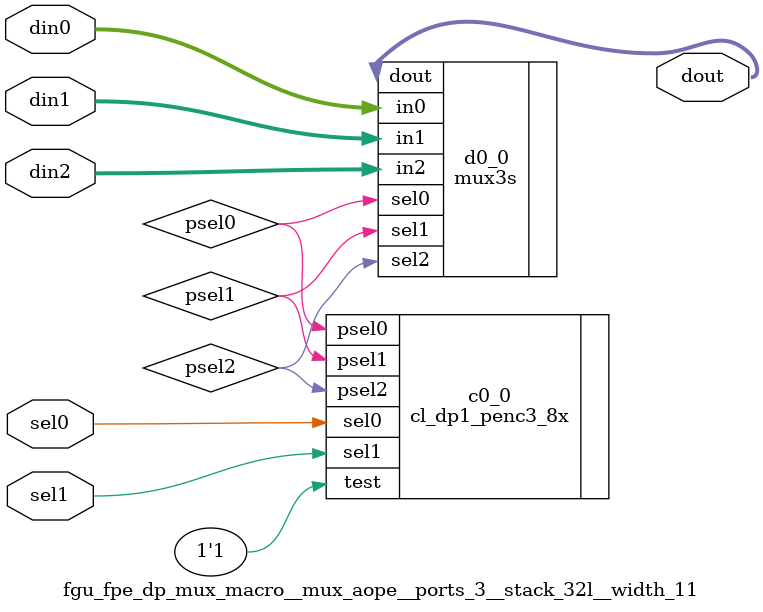
<source format=v>
module fgu_fpe_dp (
  fad_rs1_fx1, 
  fad_rs2_fx1, 
  fac_aexp_fmt_sel_e, 
  fac_bexp_fmt_sel_e, 
  fac_aux_cin_fx1, 
  main_clken, 
  fpc_exp_sel_mul_fx5, 
  fpc_eintx_sel_fx2, 
  fpc_eadjx_sel_fx2, 
  fpc_ma_fmt_sel_fx4, 
  fpc_rinc_sel_fx5, 
  fpc_q_rinc_sel_fx5, 
  fpe_aux_rs2_fmt_fx1_b0, 
  fpe_aux_eint_fx1, 
  fpe_rs1_fmt_fx1, 
  fpe_rs2_fmt_fx1, 
  fpe_einty_adj_cout_fx5, 
  fpe_einty_eq_eadj_fx5, 
  fgu_mul_result_fx5_b63, 
  fpf_rcout_fx5, 
  fpe_exp_res_fb, 
  fpe_align_sel_fx2, 
  fic_i2f_eadj_fx2, 
  fic_norm_eadj_fx5, 
  l2clk, 
  scan_in, 
  tcu_pce_ov, 
  spc_aclk, 
  spc_bclk, 
  tcu_dectest, 
  tcu_muxtest, 
  tcu_scan_en, 
  scan_out);
wire stop;
wire test;
wire se;
wire pce_ov;
wire siclk;
wire soclk;
wire fx1_fmtsel_scanin;
wire fx1_fmtsel_scanout;
wire [9:0] aexp_fmt_sel_fx1;
wire [7:0] bexp_fmt_sel_fx1;
wire tcu_muxtest_a_rep0;
wire tcu_muxtest_b_rep0;
wire [10:0] rs1_fmt_fx1_;
wire [10:0] rs2_fmt_fx1_;
wire amb_unused;
wire [10:0] ea_minus_eb_fx1;
wire ea_gteq_eb_fx1;
wire bma_unused;
wire [10:0] eb_minus_ea_fx1;
wire eb_gteq_ea_fx1;
wire fx2_swp_sel_scanin;
wire fx2_swp_sel_scanout;
wire [10:0] eintw_fx2;
wire rs1_fx1_b62_;
wire [10:0] rs2_fx1_b62_52_;
wire rs1_fx1_b30_;
wire [7:0] rs2_fx1_b30_23_;
wire tcu_muxtest_c_rep0;
wire [10:0] aux_rs1_fmt_fx1;
wire tcu_muxtest_d_rep0;
wire [10:1] aux_rs2_fmt_fx1;
wire [11:0] aux_eint_fx1;
wire aux_add_unused;
wire fx2_aux_scanin;
wire fx2_aux_scanout;
wire [10:0] aux_eint_fx2;
wire [10:0] eintx_fx2;
wire [5:0] i2f_eadj_fx2_;
wire [11:0] eadjx_fx2;
wire [1:0] einty_unused;
wire [10:0] einty_fx2;
wire fx3_einty_scanin;
wire fx3_einty_scanout;
wire [10:0] einty_fx3;
wire fx4_einty_scanin;
wire fx4_einty_scanout;
wire [10:0] einty_fx4;
wire [1:0] ma_fmt_sel_fx5;
wire [10:0] einty_fx5;
wire [1:0] einty_inc_unused;
wire [10:0] einty_inc_fx5;
wire i_exp_inc_sel_fx5;
wire enoinc_i1_fx5_;
wire enoinc_i1_fx5;
wire einty_adj_cin_fx5;
wire [5:0] eadj_fx5_;
wire einty_adj_unused;
wire [10:0] einty_adj_fx5;
wire [0:0] cmp_exp_eadj;
wire i_exp_inc_sel_fx5_;
wire fpc_exp_sel_mul_fx5_;
wire einc_i0_fx5;
wire einc_i1_fx5;
wire exp_inc_sel_fx5;
wire exp_noinc_sel_fx5;
wire [10:0] exp_res_fx5;
wire fb_exp_res_scanin;
wire fb_exp_res_scanout;



// ----------------------------------------------------------------------------
// Interface with FAD
// ----------------------------------------------------------------------------

input  [62:23] fad_rs1_fx1;            // rs1 unformatted
input  [62:23] fad_rs2_fx1;            // rs2 unformatted

// ----------------------------------------------------------------------------
// Interface with FAC
// ----------------------------------------------------------------------------

input    [9:0] fac_aexp_fmt_sel_e;     // aop exponent format mux select
input    [7:0] fac_bexp_fmt_sel_e;     // bop exponent format mux select
input          fac_aux_cin_fx1;        // aux exp adder cin

input          main_clken;             // main clken

// ----------------------------------------------------------------------------
// Interface with FPC
// ----------------------------------------------------------------------------

input          fpc_exp_sel_mul_fx5;
input    [3:0] fpc_eintx_sel_fx2;      // FxTOs=0001, FxTOd=0010, FiTO(s,d)=0100, F(s)MUL(s,d)=1000
input    [2:0] fpc_eadjx_sel_fx2;      // F(i,x)TO(s,d)=001, FsTOd=010, FdTOs=100
input    [1:0] fpc_ma_fmt_sel_fx4;     // FADD/FSUB: 001=00.1X, 010=1X.XX, 100=default
input          fpc_rinc_sel_fx5;
input          fpc_q_rinc_sel_fx5;     // rinc_sel and ~logical_sub 00.1X
output         fpe_aux_rs2_fmt_fx1_b0;
output  [11:0] fpe_aux_eint_fx1;
output  [10:0] fpe_rs1_fmt_fx1;
output  [10:0] fpe_rs2_fmt_fx1;
output         fpe_einty_adj_cout_fx5;
output         fpe_einty_eq_eadj_fx5;

// ----------------------------------------------------------------------------
// Interface with FPY
// ----------------------------------------------------------------------------

input          fgu_mul_result_fx5_b63;

// ----------------------------------------------------------------------------
// Interface with FPF
// ----------------------------------------------------------------------------

input          fpf_rcout_fx5;
output  [10:0] fpe_exp_res_fb;
output  [10:0] fpe_align_sel_fx2;

// ----------------------------------------------------------------------------
// Interface with FIC
// ----------------------------------------------------------------------------

input    [5:0] fic_i2f_eadj_fx2;
input    [5:0] fic_norm_eadj_fx5;

// ----------------------------------------------------------------------------
// Global Signals
// ----------------------------------------------------------------------------

input           l2clk;                  // clock input
input  	        scan_in;
input  		tcu_pce_ov;		// scan signals
input  		spc_aclk;
input  		spc_bclk;
input 	        tcu_dectest;
input           tcu_muxtest;
input           tcu_scan_en;
output 		scan_out;

// scan renames
assign stop   = 1'b0;
assign test   = tcu_dectest;
// end scan

fgu_fpe_dp_buff_macro__dbuff_32x__rep_1__stack_32l__width_4 test_rep0  (
  .din ({tcu_scan_en, tcu_pce_ov, spc_aclk, spc_bclk}),
  .dout({se,          pce_ov,     siclk,    soclk   })
  );


// ----------------------------------------------------------------------------
//                               FX1 stage
// ----------------------------------------------------------------------------

fgu_fpe_dp_msff_macro__stack_32l__width_18 fx1_fmtsel  (
  .scan_in(fx1_fmtsel_scanin),
  .scan_out(fx1_fmtsel_scanout),
  .clk (l2clk),
  .en  (main_clken),
  .din ({fac_aexp_fmt_sel_e[9:0],   fac_bexp_fmt_sel_e[7:0]  }),
  .dout({    aexp_fmt_sel_fx1[9:0],     bexp_fmt_sel_fx1[7:0]}),
  .se(se),
  .siclk(siclk),
  .soclk(soclk),
  .pce_ov(pce_ov),
  .stop(stop)
  );

// ------------------------------------
// Add exponent input format muxes
//
// FADD: IF (Eb>=Ea) THEN (SC=(Eb-Ea)); ELSE (SC=(Ea-Eb))
//       IF (Eb>=Ea) THEN (Eint=Eb);    ELSE (Eint=Ea)
// ------------------------------------

fgu_fpe_dp_buff_macro__dbuff_32x__stack_32l__width_1 muxtest_a_rep0  (
  .din (tcu_muxtest	  ),
  .dout(tcu_muxtest_a_rep0)
  );

fgu_fpe_dp_mux_macro__mux_pgpe__ports_8__stack_32l__width_11 add_fmt1  (
  .muxtst(tcu_muxtest_a_rep0),
  .din0( 11'b00000000001            ),  // FGX, F(s,d)TO(d,s), FSQRT(s,d)
  .din1({3'b000, fad_rs1_fx1[30:23]}),  // SP odd
  .din2({3'b000, fad_rs1_fx1[62:55]}),  // SP even
  .din3(         fad_rs1_fx1[62:52] ),  // DP
  .din4( 11'b00010111110            ),  // FsTOx                2^(63+127) =2^190
  .din5( 11'b10000111110            ),  // FdTOx                2^(63+1023)=2^1086
  .din6( 11'b00010011110            ),  // FsTOi,F(i,x)TO(s,d)  2^(31+127) =2^158
  .din7( 11'b10000011110            ),  // FdTOi                2^(31+1023)=2^1054
  .sel0(aexp_fmt_sel_fx1[0]),
  .sel1(aexp_fmt_sel_fx1[1]),
  .sel2(aexp_fmt_sel_fx1[2]),
  .sel3(aexp_fmt_sel_fx1[3]),
  .sel4(aexp_fmt_sel_fx1[4]),
  .sel5(aexp_fmt_sel_fx1[5]),
  .sel6(aexp_fmt_sel_fx1[6]),
  .dout(fpe_rs1_fmt_fx1[10:0]  ),
  .test(test)
  );

fgu_fpe_dp_buff_macro__dbuff_32x__stack_32l__width_1 muxtest_b_rep0  (
  .din (tcu_muxtest	  ),
  .dout(tcu_muxtest_b_rep0)
  );

fgu_fpe_dp_mux_macro__mux_pgpe__ports_4__stack_32l__width_11 add_fmt2  (
  .muxtst(tcu_muxtest_b_rep0),
  .din0( 11'b00000000001            ),  // FGX, F(i,x)TO(s,d)
  .din1({3'b000, fad_rs2_fx1[30:23]}),  // SP odd
  .din2({3'b000, fad_rs2_fx1[62:55]}),  // SP even
  .din3(         fad_rs2_fx1[62:52] ),  // DP
  .sel0(bexp_fmt_sel_fx1[0]),
  .sel1(bexp_fmt_sel_fx1[1]),
  .sel2(bexp_fmt_sel_fx1[2]),
  .dout(fpe_rs2_fmt_fx1[10:0]  ),
  .test(test)
  );

// ------------------------------------
// Ea-Eb, Eb-Ea
// ------------------------------------

fgu_fpe_dp_inv_macro__stack_32l__width_11 inv_a  (
  .din (fpe_rs1_fmt_fx1[10:0] ),
  .dout(    rs1_fmt_fx1_[10:0]) 
  );

fgu_fpe_dp_inv_macro__stack_32l__width_11 inv_b  (
  .din (fpe_rs2_fmt_fx1[10:0] ),
  .dout(    rs2_fmt_fx1_[10:0]) 
  );

fgu_fpe_dp_cla_macro__width_12 amb  (
  .din0({1'b1,     rs2_fmt_fx1_[10:0]}),
  .din1({1'b0, fpe_rs1_fmt_fx1[10:0] }),
  .cin ( 1'b1                         ),
  .dout({amb_unused, ea_minus_eb_fx1[10:0]}),
  .cout( ea_gteq_eb_fx1               )
  );

fgu_fpe_dp_cla_macro__width_12 bma  (
  .din0({1'b0, fpe_rs2_fmt_fx1[10:0] }),
  .din1({1'b1,     rs1_fmt_fx1_[10:0]}),
  .cin ( 1'b1                         ),
  .dout({bma_unused, eb_minus_ea_fx1[10:0]}),
  .cout( eb_gteq_ea_fx1               )
  );

// ------------------------------------
// {generate aligner shift selects, Eintw}
// ------------------------------------

fgu_fpe_dp_msff_macro__mux_aonpe__ports_2__stack_32l__width_22 fx2_swp_sel  (
  .scan_in(fx2_swp_sel_scanin),
  .scan_out(fx2_swp_sel_scanout),
  .clk (l2clk),
  .en  (main_clken),
  .din0({eb_minus_ea_fx1[10:0],   fpe_rs2_fmt_fx1[10:0]}),
  .din1({ea_minus_eb_fx1[10:0],   fpe_rs1_fmt_fx1[10:0]}),
  .sel0(eb_gteq_ea_fx1),
  .sel1(ea_gteq_eb_fx1),
  .dout({fpe_align_sel_fx2[10:0], eintw_fx2[10:0]      }),
  .se(se),
  .siclk(siclk),
  .soclk(soclk),
  .pce_ov(pce_ov),
  .stop(stop)
  );

// ------------------------------------
// Multiply/Divide exponent input format muxes
//
// FMUL:  Eint=Ea+Eb-bias
//          -bias is accomplished by inverting Ea MSB and setting CPA cin=1
//
// FSQRT: Eint= 0+Eb-bias
//          -bias is accomplished by inverting Ea MSB and setting CPA cin=1
//
// FDIV:  Eint=Ea-Eb+bias=Ea+~Eb+1+bias
//          +bias+1 is accomplished by inverting Ea MSB, must invert Eb
// ------------------------------------

fgu_fpe_dp_inv_macro__stack_32l__width_21 inv_ab  (
  .din ({fad_rs1_fx1[62],  fad_rs2_fx1[62:52],        fad_rs1_fx1[30],  fad_rs2_fx1[30:23]      }),
  .dout({    rs1_fx1_b62_,     rs2_fx1_b62_52_[10:0],     rs1_fx1_b30_,     rs2_fx1_b30_23_[7:0]}) 
  );

fgu_fpe_dp_buff_macro__dbuff_32x__stack_32l__width_1 muxtest_c_rep0  (
  .din (tcu_muxtest	  ),
  .dout(tcu_muxtest_c_rep0)
  );

fgu_fpe_dp_mux_macro__mux_pgpe__ports_7__stack_32l__width_11 aux_fmt1  (
  .muxtst(tcu_muxtest_c_rep0),
  .din0({3'b100, bexp_fmt_sel_fx1[2] , 7'b0         }),  // FSQRT (~bias),
                                                         //   bexp_fmt_sel_fx1[2] asserts if SP
  .din1(11'b11110000001                              ),  // FdTOs (-896-1=-897)
  .din2({     {4{rs1_fx1_b30_}}, fad_rs1_fx1[29:23] }),  // bias extended SP odd  -> DP
  .din3({     {4{rs1_fx1_b62_}}, fad_rs1_fx1[61:55] }),  // bias extended SP even -> DP
  .din4({3'b000, rs1_fx1_b30_,   fad_rs1_fx1[29:23] }),  // SP odd
  .din5({3'b000, rs1_fx1_b62_,   fad_rs1_fx1[61:55] }),  // SP even
  .din6({        rs1_fx1_b62_,   fad_rs1_fx1[61:52] }),  // DP
  .sel0(aexp_fmt_sel_fx1[0]),
  .sel1(aexp_fmt_sel_fx1[7]),
  .sel2(aexp_fmt_sel_fx1[8]),
  .sel3(aexp_fmt_sel_fx1[9]),
  .sel4(aexp_fmt_sel_fx1[1]),
  .sel5(aexp_fmt_sel_fx1[2]),
  .dout(aux_rs1_fmt_fx1[10:0]),
  .test(test)
  );

fgu_fpe_dp_buff_macro__dbuff_32x__stack_32l__width_1 muxtest_d_rep0  (
  .din (tcu_muxtest	  ),
  .dout(tcu_muxtest_d_rep0)
  );

fgu_fpe_dp_mux_macro__mux_pgpe__ports_8__stack_32l__width_11 aux_fmt2  (
  .muxtst(tcu_muxtest_d_rep0),
  .din0({3'b000,                     rs2_fx1_b30_23_[7:0] }),  // SP odd  FDIV
  .din1({3'b000,                     rs2_fx1_b62_52_[10:3]}),  // SP even FDIV
  .din2({                            rs2_fx1_b62_52_[10:0]}),  // DP      FDIV
  .din3({fad_rs2_fx1[30],
              {3{rs2_fx1_b30_23_[7] }}, fad_rs2_fx1[29:23]}),  // bias extended SP odd  -> DP
  .din4({fad_rs2_fx1[62],
              {3{rs2_fx1_b62_52_[10]}}, fad_rs2_fx1[61:55]}),  // bias extended SP even -> DP
  .din5({3'b000,                 fad_rs2_fx1[30:23]       }),  // SP odd
  .din6({3'b000,                 fad_rs2_fx1[62:55]       }),  // SP even
  .din7({                        fad_rs2_fx1[62:52]       }),  // DP
  .sel0(bexp_fmt_sel_fx1[3]),
  .sel1(bexp_fmt_sel_fx1[4]),
  .sel2(bexp_fmt_sel_fx1[5]),
  .sel3(bexp_fmt_sel_fx1[6]),
  .sel4(bexp_fmt_sel_fx1[7]),
  .sel5(bexp_fmt_sel_fx1[1]),
  .sel6(bexp_fmt_sel_fx1[2]),
  .dout({aux_rs2_fmt_fx1[10:1], fpe_aux_rs2_fmt_fx1_b0}),
  .test(test)
  );

// ------------------------------------
// Auxiliary exponent adder
// ------------------------------------

fgu_fpe_dp_cla_macro__width_12 aux_add  (
  .din0({1'b0, aux_rs1_fmt_fx1[10:0]                        }),
  .din1({1'b0, aux_rs2_fmt_fx1[10:1], fpe_aux_rs2_fmt_fx1_b0}),
  .cin ( fac_aux_cin_fx1                 ),
  .dout(     aux_eint_fx1[11:0]          ),
  .cout(     aux_add_unused              )
  );

fgu_fpe_dp_buff_macro__width_12 buf_aux_add  (
  .din (    aux_eint_fx1[11:0]),
  .dout(fpe_aux_eint_fx1[11:0])
  );

// ----------------------------------------------------------------------------
//                               FX2 stage
// ----------------------------------------------------------------------------

fgu_fpe_dp_msff_macro__stack_32l__width_11 fx2_aux  (
  .scan_in(fx2_aux_scanin),
  .scan_out(fx2_aux_scanout),
  .clk (l2clk),
  .en  (main_clken),
  .din (fpe_aux_eint_fx1[10:0]),
  .dout(    aux_eint_fx2[10:0]),
  .se(se),
  .siclk(siclk),
  .soclk(soclk),
  .pce_ov(pce_ov),
  .stop(stop)
  );

// ------------------------------------
// Eintx
// ------------------------------------

fgu_fpe_dp_mux_macro__mux_aope__ports_5__stack_32l__width_11 eintx  (
  .din0(11'b11111111111   ),  // NaN
  .din1(11'b00010111110   ),  // F(i,x)TOs  2^(63+127) =2^190
  .din2(11'b10000111110   ),  // F(i,x)TOd  2^(63+1023)=2^1086
  .din3(aux_eint_fx2[10:0]),  // F(s)MUL(s,d)
  .din4(eintw_fx2[10:0]   ),  // other
  .sel0(fpc_eintx_sel_fx2[0]),
  .sel1(fpc_eintx_sel_fx2[1]),
  .sel2(fpc_eintx_sel_fx2[2]),
  .sel3(fpc_eintx_sel_fx2[3]),
  .dout(eintx_fx2[10:0] )
  );

// ------------------------------------
// Eadjx for F(i,x)TO(s,d), FsTOd, FdTOs
// ------------------------------------

fgu_fpe_dp_inv_macro__stack_32l__width_6 inv_i2f  (
  .din (fic_i2f_eadj_fx2[5:0]  ),
  .dout(    i2f_eadj_fx2_[5:0]) 
  );

fgu_fpe_dp_mux_macro__mux_aope__ports_4__stack_32l__width_12 eadjx  (
  .din0({ 6'b111111, i2f_eadj_fx2_[5:0]}),  // F(i,x)TO(s,d),    ~(i2f norm amount)
  .din1( 12'b001101111111),                 // FsTOd, 2^(896-1), note: cin=1 in adder below
  .din2( 12'b110001111111),                 // FdTOs, ~(2^896),  note: cin=1 in adder below
  .din3( 12'b111111111111),                 // other, ~zero
  .sel0(fpc_eadjx_sel_fx2[0]),
  .sel1(fpc_eadjx_sel_fx2[1]),
  .sel2(fpc_eadjx_sel_fx2[2]),
  .dout(eadjx_fx2[11:0])
  );

// ------------------------------------
// Einty=Eintx-Eadjx
// ------------------------------------

fgu_fpe_dp_cla_macro__width_12 einty  (
  .din0({1'b0, eintx_fx2[10:0]}),
  .din1(       eadjx_fx2[11:0] ),
  .cin ( 1'b1                  ),
  .dout({einty_unused[0], einty_fx2[10:0]}),
  .cout( einty_unused[1]       )
  );

// ----------------------------------------------------------------------------
//                               FX3 stage
// ----------------------------------------------------------------------------

fgu_fpe_dp_msff_macro__stack_32l__width_11 fx3_einty  (
  .scan_in(fx3_einty_scanin),
  .scan_out(fx3_einty_scanout),
  .clk (l2clk),
  .en  (main_clken),
  .din (einty_fx2[10:0]),
  .dout(einty_fx3[10:0]),
  .se(se),
  .siclk(siclk),
  .soclk(soclk),
  .pce_ov(pce_ov),
  .stop(stop)
  );

// ----------------------------------------------------------------------------
//                               FX4 stage
// ----------------------------------------------------------------------------

fgu_fpe_dp_msff_macro__stack_32l__width_24 fx4_einty  (
  .scan_in(fx4_einty_scanin),
  .scan_out(fx4_einty_scanout),
  .clk (l2clk),
  .en  (main_clken),
  .din ({fpc_ma_fmt_sel_fx4[1:0], einty_fx4[10:0], einty_fx3[10:0]}),
  .dout({    ma_fmt_sel_fx5[1:0], einty_fx5[10:0], einty_fx4[10:0]}),
  .se(se),
  .siclk(siclk),
  .soclk(soclk),
  .pce_ov(pce_ov),
  .stop(stop)
  );

// ----------------------------------------------------------------------------
//                               FX5 stage
// ----------------------------------------------------------------------------

// ------------------------------------
// Einty_inc=Einty+(1X.XX|Rcout)
// ------------------------------------

fgu_fpe_dp_increment_macro__width_12 einty_inc  (
  .din ({1'b0, einty_fx5[10:0]}),
  .cin ( 1'b1                  ),
  .dout({einty_inc_unused[0], einty_inc_fx5[10:0] }),
  .cout( einty_inc_unused[1]   )
  );

fgu_fpe_dp_mux_macro__buffsel_none__mux_aonpe__ports_2__stack_32l__width_1 i_einc  ( 
  .din0(fgu_mul_result_fx5_b63),  // fpy 1X.XX (fmul)
  .din1(ma_fmt_sel_fx5[1]     ),  // logical_add 1X.XX, intfp 10.00
  .sel0(fpc_exp_sel_mul_fx5   ),  // fmul instr
  .sel1(1'b1                  ),
  .dout(i_exp_inc_sel_fx5     )   // exp inc detected
  );

// ------------------------------------
// Einty_adj=Einty-Eadj
// - cin not asserted if logical_sub and 00.1X.
//   In this case LZD gets overridden and eadj=0, when correct eadj=1.
//   This is accounted for by effectively subtracting 1 by not asserting cin.
// - If logical_sub and 00.1X, followed by Rcout, then
//   Eint-Eadj+Rcout=Eint-1+1=Eint
// ------------------------------------

fgu_fpe_dp_inv_macro__stack_32l__width_8 inv_eadj  (
  .din ({enoinc_i1_fx5_, ma_fmt_sel_fx5[0], fic_norm_eadj_fx5[5:0] }),
  .dout({enoinc_i1_fx5,  einty_adj_cin_fx5,          eadj_fx5_[5:0]})
  );

fgu_fpe_dp_cla_macro__width_12 einty_adj  (
  .din0({1'b0,      einty_fx5[10:0]}),
  .din1({6'b111111, eadj_fx5_[5:0] }),
  .cin ( einty_adj_cin_fx5          ),
  .dout({einty_adj_unused, einty_adj_fx5[10:0]}),
  .cout( fpe_einty_adj_cout_fx5     )
  );

// ------------------------------------
// Einty=Eadj
// ------------------------------------

fgu_fpe_dp_cmp_macro__width_12 cmp_exp  (
  .din0({6'b0, fic_norm_eadj_fx5[5:1], cmp_exp_eadj[0]}),  // [0] must acct for logical_sub and 00.1X case
  .din1({1'b0, einty_fx5[10:0]                        }),
  .dout(fpe_einty_eq_eadj_fx5                          )
  );

// exp_noinc_sel_fx5 =
//   (logical_sub 00.1X &
//    Rinc output selected &
//    Rinc output format 01.XX) |  // since 00.1X first gets normalized, actually check for Rcout
//   fmul instr

fgu_fpe_dp_nand_macro__ports_2__stack_32l__width_2 enoinc  (
  .din0({ma_fmt_sel_fx5[0], eadj_fx5_[0]     }),
  .din1({fpc_rinc_sel_fx5,  einty_adj_cin_fx5}),
  .dout({enoinc_i1_fx5_,    cmp_exp_eadj[0]  })
  );

fgu_fpe_dp_inv_macro__stack_32l__width_2 inv_einc  (
  .din ({i_exp_inc_sel_fx5,  fpc_exp_sel_mul_fx5 }),
  .dout({i_exp_inc_sel_fx5_, fpc_exp_sel_mul_fx5_})
  );

fgu_fpe_dp_nand_macro__dnand_8x__ports_2__stack_32l__width_4 einc  (
  .din0({fpc_q_rinc_sel_fx5, einc_i0_fx5,        enoinc_i1_fx5, einc_i1_fx5         }),  // fpc_q_rinc_sel_fx5 <= Rinc output selected & ~(logical_sub 00.1X)
  .din1({fpf_rcout_fx5,      i_exp_inc_sel_fx5_, fpf_rcout_fx5, fpc_exp_sel_mul_fx5_}),
  .dout({einc_i0_fx5,        exp_inc_sel_fx5,    einc_i1_fx5,   exp_noinc_sel_fx5   })
  );

// ------------------------------------
// Eres
// ------------------------------------

fgu_fpe_dp_mux_macro__mux_aope__ports_3__stack_32l__width_11 einty_mux  (
  .din0(einty_inc_fx5[10:0]),
  .din1(einty_fx5[10:0]    ),
  .din2(einty_adj_fx5[10:0]),
  .sel0(exp_inc_sel_fx5),
  .sel1(exp_noinc_sel_fx5),
  .dout(exp_res_fx5[10:0])
  );

// ----------------------------------------------------------------------------
//                               FB stage
// ----------------------------------------------------------------------------

fgu_fpe_dp_msff_macro__stack_32l__width_11 fb_exp_res  (
  .scan_in(fb_exp_res_scanin),
  .scan_out(fb_exp_res_scanout),
  .clk (l2clk),
  .en  (main_clken),
  .din (    exp_res_fx5[10:0]),
  .dout(fpe_exp_res_fb[10:0] ),
  .se(se),
  .siclk(siclk),
  .soclk(soclk),
  .pce_ov(pce_ov),
  .stop(stop)
  );



// fixscan start:
assign fx1_fmtsel_scanin         = scan_in                  ;
assign fx2_swp_sel_scanin        = fx1_fmtsel_scanout       ;
assign fx2_aux_scanin            = fx2_swp_sel_scanout      ;
assign fx3_einty_scanin          = fx2_aux_scanout          ;
assign fx4_einty_scanin          = fx3_einty_scanout        ;
assign fb_exp_res_scanin         = fx4_einty_scanout        ;
assign scan_out                  = fb_exp_res_scanout       ;
// fixscan end:
endmodule  // fgu_fpe_dp


//
//   buff macro
//
//





module fgu_fpe_dp_buff_macro__dbuff_32x__rep_1__stack_32l__width_4 (
  din, 
  dout);
  input [3:0] din;
  output [3:0] dout;






buff /*#(4)*/  d0_0 (
.in(din[3:0]),
.out(dout[3:0])
);








endmodule









// any PARAMS parms go into naming of macro

module fgu_fpe_dp_msff_macro__stack_32l__width_18 (
  din, 
  clk, 
  en, 
  se, 
  scan_in, 
  siclk, 
  soclk, 
  pce_ov, 
  stop, 
  dout, 
  scan_out);
wire l1clk;
wire siclk_out;
wire soclk_out;
wire [16:0] so;

  input [17:0] din;


  input clk;
  input en;
  input se;
  input scan_in;
  input siclk;
  input soclk;
  input pce_ov;
  input stop;



  output [17:0] dout;


  output scan_out;




cl_dp1_l1hdr_8x c0_0 (
.l2clk(clk),
.pce(en),
.aclk(siclk),
.bclk(soclk),
.l1clk(l1clk),
  .se(se),
  .pce_ov(pce_ov),
  .stop(stop),
  .siclk_out(siclk_out),
  .soclk_out(soclk_out)
);
dff /*#(18)*/  d0_0 (
.l1clk(l1clk),
.siclk(siclk_out),
.soclk(soclk_out),
.d(din[17:0]),
.si({scan_in,so[16:0]}),
.so({so[16:0],scan_out}),
.q(dout[17:0])
);




















endmodule









//
//   buff macro
//
//





module fgu_fpe_dp_buff_macro__dbuff_32x__stack_32l__width_1 (
  din, 
  dout);
  input [0:0] din;
  output [0:0] dout;






buff /*#(1)*/  d0_0 (
.in(din[0:0]),
.out(dout[0:0])
);








endmodule





// general mux macro for pass-gate and and-or muxes with/wout priority encoders
// also for pass-gate with decoder





// any PARAMS parms go into naming of macro

module fgu_fpe_dp_mux_macro__mux_pgpe__ports_8__stack_32l__width_11 (
  din0, 
  din1, 
  din2, 
  din3, 
  din4, 
  din5, 
  din6, 
  din7, 
  sel0, 
  sel1, 
  sel2, 
  sel3, 
  sel4, 
  sel5, 
  sel6, 
  muxtst, 
  test, 
  dout);
wire psel0;
wire psel1;
wire psel2;
wire psel3;
wire psel4;
wire psel5;
wire psel6;
wire psel7;

  input [10:0] din0;
  input [10:0] din1;
  input [10:0] din2;
  input [10:0] din3;
  input [10:0] din4;
  input [10:0] din5;
  input [10:0] din6;
  input [10:0] din7;
  input sel0;
  input sel1;
  input sel2;
  input sel3;
  input sel4;
  input sel5;
  input sel6;
  input muxtst;
  input test;
  output [10:0] dout;





cl_dp1_penc8_8x  c0_0 (
 .sel0(sel0),
 .sel1(sel1),
 .sel2(sel2),
 .sel3(sel3),
 .sel4(sel4),
 .sel5(sel5),
 .sel6(sel6),
 .psel0(psel0),
 .psel1(psel1),
 .psel2(psel2),
 .psel3(psel3),
 .psel4(psel4),
 .psel5(psel5),
 .psel6(psel6),
 .psel7(psel7),
  .test(test)
);

mux8 /*#(11)*/  d0_0 (
  .sel0(psel0),
  .sel1(psel1),
  .sel2(psel2),
  .sel3(psel3),
  .sel4(psel4),
  .sel5(psel5),
  .sel6(psel6),
  .sel7(psel7),
  .in0(din0[10:0]),
  .in1(din1[10:0]),
  .in2(din2[10:0]),
  .in3(din3[10:0]),
  .in4(din4[10:0]),
  .in5(din5[10:0]),
  .in6(din6[10:0]),
  .in7(din7[10:0]),
.dout(dout[10:0]),
  .muxtst(muxtst)
);









  



endmodule


// general mux macro for pass-gate and and-or muxes with/wout priority encoders
// also for pass-gate with decoder





// any PARAMS parms go into naming of macro

module fgu_fpe_dp_mux_macro__mux_pgpe__ports_4__stack_32l__width_11 (
  din0, 
  din1, 
  din2, 
  din3, 
  sel0, 
  sel1, 
  sel2, 
  muxtst, 
  test, 
  dout);
wire psel0;
wire psel1;
wire psel2;
wire psel3;

  input [10:0] din0;
  input [10:0] din1;
  input [10:0] din2;
  input [10:0] din3;
  input sel0;
  input sel1;
  input sel2;
  input muxtst;
  input test;
  output [10:0] dout;





cl_dp1_penc4_8x  c0_0 (
 .sel0(sel0),
 .sel1(sel1),
 .sel2(sel2),
 .psel0(psel0),
 .psel1(psel1),
 .psel2(psel2),
 .psel3(psel3),
  .test(test)
);

mux4 /*#(11)*/  d0_0 (
  .sel0(psel0),
  .sel1(psel1),
  .sel2(psel2),
  .sel3(psel3),
  .in0(din0[10:0]),
  .in1(din1[10:0]),
  .in2(din2[10:0]),
  .in3(din3[10:0]),
.dout(dout[10:0]),
  .muxtst(muxtst)
);









  



endmodule


//
//   invert macro
//
//





module fgu_fpe_dp_inv_macro__stack_32l__width_11 (
  din, 
  dout);
  input [10:0] din;
  output [10:0] dout;






inv /*#(11)*/  d0_0 (
.in(din[10:0]),
.out(dout[10:0])
);









endmodule





//
//   cla macro
//
//





module fgu_fpe_dp_cla_macro__width_12 (
  cin, 
  din0, 
  din1, 
  dout, 
  cout);
  input cin;
  input [11:0] din0;
  input [11:0] din1;
  output [11:0] dout;
  output cout;







cla /*#(12)*/  m0_0 (
.cin(cin),
.in0(din0[11:0]),
.in1(din1[11:0]),
.out(dout[11:0]),
.cout(cout)
);












endmodule









// any PARAMS parms go into naming of macro

module fgu_fpe_dp_msff_macro__mux_aonpe__ports_2__stack_32l__width_22 (
  din0, 
  sel0, 
  din1, 
  sel1, 
  clk, 
  en, 
  se, 
  scan_in, 
  siclk, 
  soclk, 
  pce_ov, 
  stop, 
  dout, 
  scan_out);
wire buffout0;
wire buffout1;
wire [21:0] muxout;
wire l1clk;
wire siclk_out;
wire soclk_out;
wire [20:0] so;

  input [21:0] din0;
  input sel0;
  input [21:0] din1;
  input sel1;


  input clk;
  input en;
  input se;
  input scan_in;
  input siclk;
  input soclk;
  input pce_ov;
  input stop;



  output [21:0] dout;


  output scan_out;




cl_dp1_muxbuff2_8x  c1_0 (
 .in0(sel0),
 .in1(sel1),
 .out0(buffout0),
 .out1(buffout1)
);
mux2s /*#(22)*/  d1_0 (
  .sel0(buffout0),
  .sel1(buffout1),
  .in0(din0[21:0]),
  .in1(din1[21:0]),
.dout(muxout[21:0])
);
cl_dp1_l1hdr_8x c0_0 (
.l2clk(clk),
.pce(en),
.aclk(siclk),
.bclk(soclk),
.l1clk(l1clk),
  .se(se),
  .pce_ov(pce_ov),
  .stop(stop),
  .siclk_out(siclk_out),
  .soclk_out(soclk_out)
);
dff /*#(22)*/  d0_0 (
.l1clk(l1clk),
.siclk(siclk_out),
.soclk(soclk_out),
.d(muxout[21:0]),
.si({scan_in,so[20:0]}),
.so({so[20:0],scan_out}),
.q(dout[21:0])
);




















endmodule









//
//   invert macro
//
//





module fgu_fpe_dp_inv_macro__stack_32l__width_21 (
  din, 
  dout);
  input [20:0] din;
  output [20:0] dout;






inv /*#(21)*/  d0_0 (
.in(din[20:0]),
.out(dout[20:0])
);









endmodule





// general mux macro for pass-gate and and-or muxes with/wout priority encoders
// also for pass-gate with decoder





// any PARAMS parms go into naming of macro

module fgu_fpe_dp_mux_macro__mux_pgpe__ports_7__stack_32l__width_11 (
  din0, 
  din1, 
  din2, 
  din3, 
  din4, 
  din5, 
  din6, 
  sel0, 
  sel1, 
  sel2, 
  sel3, 
  sel4, 
  sel5, 
  muxtst, 
  test, 
  dout);
wire psel0;
wire psel1;
wire psel2;
wire psel3;
wire psel4;
wire psel5;
wire psel6;

  input [10:0] din0;
  input [10:0] din1;
  input [10:0] din2;
  input [10:0] din3;
  input [10:0] din4;
  input [10:0] din5;
  input [10:0] din6;
  input sel0;
  input sel1;
  input sel2;
  input sel3;
  input sel4;
  input sel5;
  input muxtst;
  input test;
  output [10:0] dout;





cl_dp1_penc7_8x  c0_0 (
 .sel0(sel0),
 .sel1(sel1),
 .sel2(sel2),
 .sel3(sel3),
 .sel4(sel4),
 .sel5(sel5),
 .psel0(psel0),
 .psel1(psel1),
 .psel2(psel2),
 .psel3(psel3),
 .psel4(psel4),
 .psel5(psel5),
 .psel6(psel6),
  .test(test)
);

mux7 /*#(11)*/  d0_0 (
  .sel0(psel0),
  .sel1(psel1),
  .sel2(psel2),
  .sel3(psel3),
  .sel4(psel4),
  .sel5(psel5),
  .sel6(psel6),
  .in0(din0[10:0]),
  .in1(din1[10:0]),
  .in2(din2[10:0]),
  .in3(din3[10:0]),
  .in4(din4[10:0]),
  .in5(din5[10:0]),
  .in6(din6[10:0]),
.dout(dout[10:0]),
  .muxtst(muxtst)
);









  



endmodule


//
//   buff macro
//
//





module fgu_fpe_dp_buff_macro__width_12 (
  din, 
  dout);
  input [11:0] din;
  output [11:0] dout;






buff /*#(12)*/  d0_0 (
.in(din[11:0]),
.out(dout[11:0])
);








endmodule









// any PARAMS parms go into naming of macro

module fgu_fpe_dp_msff_macro__stack_32l__width_11 (
  din, 
  clk, 
  en, 
  se, 
  scan_in, 
  siclk, 
  soclk, 
  pce_ov, 
  stop, 
  dout, 
  scan_out);
wire l1clk;
wire siclk_out;
wire soclk_out;
wire [9:0] so;

  input [10:0] din;


  input clk;
  input en;
  input se;
  input scan_in;
  input siclk;
  input soclk;
  input pce_ov;
  input stop;



  output [10:0] dout;


  output scan_out;




cl_dp1_l1hdr_8x c0_0 (
.l2clk(clk),
.pce(en),
.aclk(siclk),
.bclk(soclk),
.l1clk(l1clk),
  .se(se),
  .pce_ov(pce_ov),
  .stop(stop),
  .siclk_out(siclk_out),
  .soclk_out(soclk_out)
);
dff /*#(11)*/  d0_0 (
.l1clk(l1clk),
.siclk(siclk_out),
.soclk(soclk_out),
.d(din[10:0]),
.si({scan_in,so[9:0]}),
.so({so[9:0],scan_out}),
.q(dout[10:0])
);




















endmodule









// general mux macro for pass-gate and and-or muxes with/wout priority encoders
// also for pass-gate with decoder





// any PARAMS parms go into naming of macro

module fgu_fpe_dp_mux_macro__mux_aope__ports_5__stack_32l__width_11 (
  din0, 
  din1, 
  din2, 
  din3, 
  din4, 
  sel0, 
  sel1, 
  sel2, 
  sel3, 
  dout);
wire psel0;
wire psel1;
wire psel2;
wire psel3;
wire psel4;

  input [10:0] din0;
  input [10:0] din1;
  input [10:0] din2;
  input [10:0] din3;
  input [10:0] din4;
  input sel0;
  input sel1;
  input sel2;
  input sel3;
  output [10:0] dout;





cl_dp1_penc5_8x  c0_0 (
  .test(1'b1),
 .sel0(sel0),
 .sel1(sel1),
 .sel2(sel2),
 .sel3(sel3),
 .psel0(psel0),
 .psel1(psel1),
 .psel2(psel2),
 .psel3(psel3),
 .psel4(psel4)
);

mux5s /*#(11)*/  d0_0 (
  .sel0(psel0),
  .sel1(psel1),
  .sel2(psel2),
  .sel3(psel3),
  .sel4(psel4),
  .in0(din0[10:0]),
  .in1(din1[10:0]),
  .in2(din2[10:0]),
  .in3(din3[10:0]),
  .in4(din4[10:0]),
.dout(dout[10:0])
);









  



endmodule


//
//   invert macro
//
//





module fgu_fpe_dp_inv_macro__stack_32l__width_6 (
  din, 
  dout);
  input [5:0] din;
  output [5:0] dout;






inv /*#(6)*/  d0_0 (
.in(din[5:0]),
.out(dout[5:0])
);









endmodule





// general mux macro for pass-gate and and-or muxes with/wout priority encoders
// also for pass-gate with decoder





// any PARAMS parms go into naming of macro

module fgu_fpe_dp_mux_macro__mux_aope__ports_4__stack_32l__width_12 (
  din0, 
  din1, 
  din2, 
  din3, 
  sel0, 
  sel1, 
  sel2, 
  dout);
wire psel0;
wire psel1;
wire psel2;
wire psel3;

  input [11:0] din0;
  input [11:0] din1;
  input [11:0] din2;
  input [11:0] din3;
  input sel0;
  input sel1;
  input sel2;
  output [11:0] dout;





cl_dp1_penc4_8x  c0_0 (
  .test(1'b1),
 .sel0(sel0),
 .sel1(sel1),
 .sel2(sel2),
 .psel0(psel0),
 .psel1(psel1),
 .psel2(psel2),
 .psel3(psel3)
);

mux4s /*#(12)*/  d0_0 (
  .sel0(psel0),
  .sel1(psel1),
  .sel2(psel2),
  .sel3(psel3),
  .in0(din0[11:0]),
  .in1(din1[11:0]),
  .in2(din2[11:0]),
  .in3(din3[11:0]),
.dout(dout[11:0])
);









  



endmodule






// any PARAMS parms go into naming of macro

module fgu_fpe_dp_msff_macro__stack_32l__width_24 (
  din, 
  clk, 
  en, 
  se, 
  scan_in, 
  siclk, 
  soclk, 
  pce_ov, 
  stop, 
  dout, 
  scan_out);
wire l1clk;
wire siclk_out;
wire soclk_out;
wire [22:0] so;

  input [23:0] din;


  input clk;
  input en;
  input se;
  input scan_in;
  input siclk;
  input soclk;
  input pce_ov;
  input stop;



  output [23:0] dout;


  output scan_out;




cl_dp1_l1hdr_8x c0_0 (
.l2clk(clk),
.pce(en),
.aclk(siclk),
.bclk(soclk),
.l1clk(l1clk),
  .se(se),
  .pce_ov(pce_ov),
  .stop(stop),
  .siclk_out(siclk_out),
  .soclk_out(soclk_out)
);
dff /*#(24)*/  d0_0 (
.l1clk(l1clk),
.siclk(siclk_out),
.soclk(soclk_out),
.d(din[23:0]),
.si({scan_in,so[22:0]}),
.so({so[22:0],scan_out}),
.q(dout[23:0])
);




















endmodule









//
//   increment macro 
//
//





module fgu_fpe_dp_increment_macro__width_12 (
  din, 
  cin, 
  dout, 
  cout);
  input [11:0] din;
  input cin;
  output [11:0] dout;
  output cout;






incr /*#(12)*/  m0_0 (
.cin(cin),
.in(din[11:0]),
.out(dout[11:0]),
.cout(cout)
);











endmodule





// general mux macro for pass-gate and and-or muxes with/wout priority encoders
// also for pass-gate with decoder





// any PARAMS parms go into naming of macro

module fgu_fpe_dp_mux_macro__buffsel_none__mux_aonpe__ports_2__stack_32l__width_1 (
  din0, 
  sel0, 
  din1, 
  sel1, 
  dout);
  input [0:0] din0;
  input sel0;
  input [0:0] din1;
  input sel1;
  output [0:0] dout;





mux2s /*#(1)*/  d0_0 (
  .sel0(sel0),
  .sel1(sel1),
  .in0(din0[0:0]),
  .in1(din1[0:0]),
.dout(dout[0:0])
);









  



endmodule


//
//   invert macro
//
//





module fgu_fpe_dp_inv_macro__stack_32l__width_8 (
  din, 
  dout);
  input [7:0] din;
  output [7:0] dout;






inv /*#(8)*/  d0_0 (
.in(din[7:0]),
.out(dout[7:0])
);









endmodule





//
//   comparator macro (output is 1 if both inputs are equal; 0 otherwise)
//
//





module fgu_fpe_dp_cmp_macro__width_12 (
  din0, 
  din1, 
  dout);
  input [11:0] din0;
  input [11:0] din1;
  output dout;






cmp /*#(12)*/  m0_0 (
.in0(din0[11:0]),
.in1(din1[11:0]),
.out(dout)
);










endmodule





//
//   nand macro for ports = 2,3,4
//
//





module fgu_fpe_dp_nand_macro__ports_2__stack_32l__width_2 (
  din0, 
  din1, 
  dout);
  input [1:0] din0;
  input [1:0] din1;
  output [1:0] dout;






nand2 /*#(2)*/  d0_0 (
.in0(din0[1:0]),
.in1(din1[1:0]),
.out(dout[1:0])
);









endmodule





//
//   invert macro
//
//





module fgu_fpe_dp_inv_macro__stack_32l__width_2 (
  din, 
  dout);
  input [1:0] din;
  output [1:0] dout;






inv /*#(2)*/  d0_0 (
.in(din[1:0]),
.out(dout[1:0])
);









endmodule





//
//   nand macro for ports = 2,3,4
//
//





module fgu_fpe_dp_nand_macro__dnand_8x__ports_2__stack_32l__width_4 (
  din0, 
  din1, 
  dout);
  input [3:0] din0;
  input [3:0] din1;
  output [3:0] dout;






nand2 /*#(4)*/  d0_0 (
.in0(din0[3:0]),
.in1(din1[3:0]),
.out(dout[3:0])
);









endmodule





// general mux macro for pass-gate and and-or muxes with/wout priority encoders
// also for pass-gate with decoder





// any PARAMS parms go into naming of macro

module fgu_fpe_dp_mux_macro__mux_aope__ports_3__stack_32l__width_11 (
  din0, 
  din1, 
  din2, 
  sel0, 
  sel1, 
  dout);
wire psel0;
wire psel1;
wire psel2;

  input [10:0] din0;
  input [10:0] din1;
  input [10:0] din2;
  input sel0;
  input sel1;
  output [10:0] dout;





cl_dp1_penc3_8x  c0_0 (
  .test(1'b1),
 .sel0(sel0),
 .sel1(sel1),
 .psel0(psel0),
 .psel1(psel1),
 .psel2(psel2)
);

mux3s /*#(11)*/  d0_0 (
  .sel0(psel0),
  .sel1(psel1),
  .sel2(psel2),
  .in0(din0[10:0]),
  .in1(din1[10:0]),
  .in2(din2[10:0]),
.dout(dout[10:0])
);









  



endmodule


</source>
